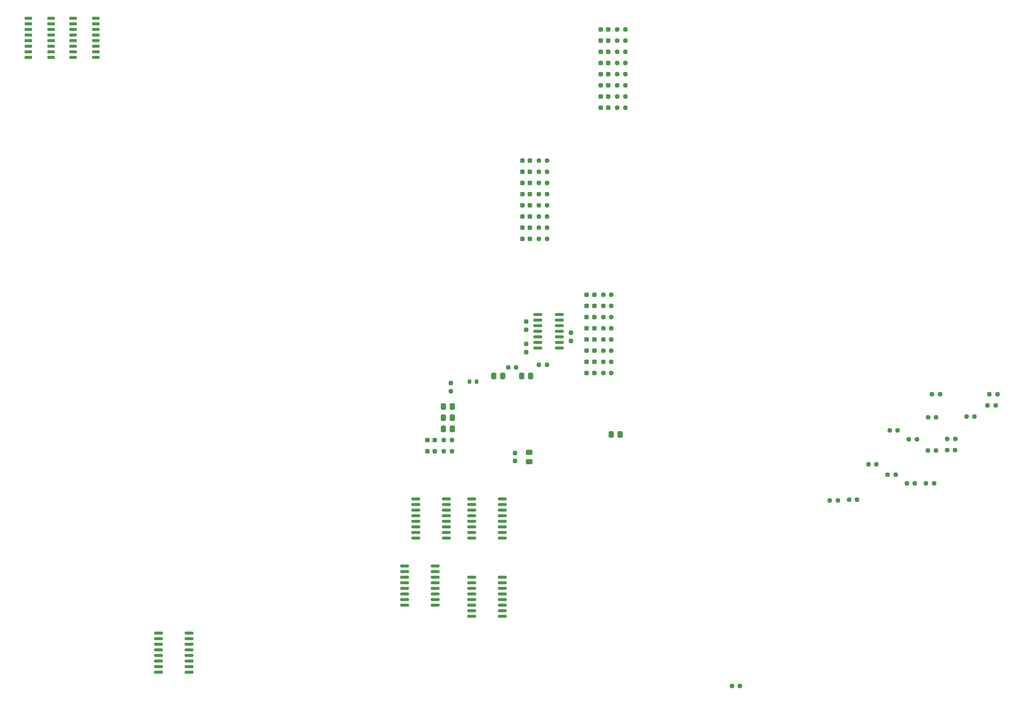
<source format=gbr>
%TF.GenerationSoftware,KiCad,Pcbnew,(6.0.4)*%
%TF.CreationDate,2022-04-27T21:45:15+02:00*%
%TF.ProjectId,z80,7a38302e-6b69-4636-9164-5f7063625858,rev?*%
%TF.SameCoordinates,Original*%
%TF.FileFunction,Paste,Top*%
%TF.FilePolarity,Positive*%
%FSLAX46Y46*%
G04 Gerber Fmt 4.6, Leading zero omitted, Abs format (unit mm)*
G04 Created by KiCad (PCBNEW (6.0.4)) date 2022-04-27 21:45:15*
%MOMM*%
%LPD*%
G01*
G04 APERTURE LIST*
G04 Aperture macros list*
%AMRoundRect*
0 Rectangle with rounded corners*
0 $1 Rounding radius*
0 $2 $3 $4 $5 $6 $7 $8 $9 X,Y pos of 4 corners*
0 Add a 4 corners polygon primitive as box body*
4,1,4,$2,$3,$4,$5,$6,$7,$8,$9,$2,$3,0*
0 Add four circle primitives for the rounded corners*
1,1,$1+$1,$2,$3*
1,1,$1+$1,$4,$5*
1,1,$1+$1,$6,$7*
1,1,$1+$1,$8,$9*
0 Add four rect primitives between the rounded corners*
20,1,$1+$1,$2,$3,$4,$5,0*
20,1,$1+$1,$4,$5,$6,$7,0*
20,1,$1+$1,$6,$7,$8,$9,0*
20,1,$1+$1,$8,$9,$2,$3,0*%
G04 Aperture macros list end*
%ADD10RoundRect,0.237500X0.237500X-0.250000X0.237500X0.250000X-0.237500X0.250000X-0.237500X-0.250000X0*%
%ADD11RoundRect,0.237500X-0.250000X-0.237500X0.250000X-0.237500X0.250000X0.237500X-0.250000X0.237500X0*%
%ADD12RoundRect,0.250000X0.337500X0.475000X-0.337500X0.475000X-0.337500X-0.475000X0.337500X-0.475000X0*%
%ADD13RoundRect,0.237500X0.287500X0.237500X-0.287500X0.237500X-0.287500X-0.237500X0.287500X-0.237500X0*%
%ADD14RoundRect,0.150000X-0.837500X-0.150000X0.837500X-0.150000X0.837500X0.150000X-0.837500X0.150000X0*%
%ADD15RoundRect,0.237500X0.250000X0.237500X-0.250000X0.237500X-0.250000X-0.237500X0.250000X-0.237500X0*%
%ADD16RoundRect,0.237500X-0.237500X0.250000X-0.237500X-0.250000X0.237500X-0.250000X0.237500X0.250000X0*%
%ADD17RoundRect,0.250000X-0.337500X-0.475000X0.337500X-0.475000X0.337500X0.475000X-0.337500X0.475000X0*%
%ADD18RoundRect,0.200000X0.200000X0.275000X-0.200000X0.275000X-0.200000X-0.275000X0.200000X-0.275000X0*%
%ADD19RoundRect,0.237500X-0.287500X-0.237500X0.287500X-0.237500X0.287500X0.237500X-0.287500X0.237500X0*%
%ADD20RoundRect,0.150000X-0.725000X-0.150000X0.725000X-0.150000X0.725000X0.150000X-0.725000X0.150000X0*%
%ADD21RoundRect,0.250000X-0.475000X0.337500X-0.475000X-0.337500X0.475000X-0.337500X0.475000X0.337500X0*%
%ADD22RoundRect,0.150000X-0.825000X-0.150000X0.825000X-0.150000X0.825000X0.150000X-0.825000X0.150000X0*%
G04 APERTURE END LIST*
D10*
%TO.C,R7*%
X133985000Y-110767500D03*
X133985000Y-108942500D03*
%TD*%
D11*
%TO.C,R42*%
X242382500Y-116690000D03*
X244207500Y-116690000D03*
%TD*%
D12*
%TO.C,C7*%
X152167500Y-107315000D03*
X150092500Y-107315000D03*
%TD*%
D13*
%TO.C,D15*%
X169785000Y-36195000D03*
X168035000Y-36195000D03*
%TD*%
%TO.C,D23*%
X166610000Y-99060000D03*
X164860000Y-99060000D03*
%TD*%
D14*
%TO.C,U24*%
X123537500Y-150495000D03*
X123537500Y-151765000D03*
X123537500Y-153035000D03*
X123537500Y-154305000D03*
X123537500Y-155575000D03*
X123537500Y-156845000D03*
X123537500Y-158115000D03*
X123537500Y-159385000D03*
X130462500Y-159385000D03*
X130462500Y-158115000D03*
X130462500Y-156845000D03*
X130462500Y-155575000D03*
X130462500Y-154305000D03*
X130462500Y-153035000D03*
X130462500Y-151765000D03*
X130462500Y-150495000D03*
%TD*%
D13*
%TO.C,D21*%
X166610000Y-93980000D03*
X164860000Y-93980000D03*
%TD*%
%TO.C,D5*%
X152005000Y-71120000D03*
X150255000Y-71120000D03*
%TD*%
D15*
%TO.C,R32*%
X170457500Y-99060000D03*
X168632500Y-99060000D03*
%TD*%
%TO.C,R14*%
X155852500Y-71120000D03*
X154027500Y-71120000D03*
%TD*%
D11*
%TO.C,R9*%
X132437500Y-121920000D03*
X134262500Y-121920000D03*
%TD*%
%TO.C,R49*%
X246732500Y-121630000D03*
X248557500Y-121630000D03*
%TD*%
D13*
%TO.C,D20*%
X166610000Y-91440000D03*
X164860000Y-91440000D03*
%TD*%
D16*
%TO.C,R5*%
X161290000Y-97512500D03*
X161290000Y-99337500D03*
%TD*%
D15*
%TO.C,R23*%
X173632500Y-38735000D03*
X171807500Y-38735000D03*
%TD*%
D13*
%TO.C,D19*%
X166610000Y-88900000D03*
X164860000Y-88900000D03*
%TD*%
D15*
%TO.C,R19*%
X155852500Y-58420000D03*
X154027500Y-58420000D03*
%TD*%
D13*
%TO.C,D16*%
X169785000Y-33655000D03*
X168035000Y-33655000D03*
%TD*%
%TO.C,D6*%
X152005000Y-68580000D03*
X150255000Y-68580000D03*
%TD*%
D14*
%TO.C,U14*%
X126077500Y-135255000D03*
X126077500Y-136525000D03*
X126077500Y-137795000D03*
X126077500Y-139065000D03*
X126077500Y-140335000D03*
X126077500Y-141605000D03*
X126077500Y-142875000D03*
X126077500Y-144145000D03*
X133002500Y-144145000D03*
X133002500Y-142875000D03*
X133002500Y-141605000D03*
X133002500Y-140335000D03*
X133002500Y-139065000D03*
X133002500Y-137795000D03*
X133002500Y-136525000D03*
X133002500Y-135255000D03*
%TD*%
%TO.C,U15*%
X138777500Y-135255000D03*
X138777500Y-136525000D03*
X138777500Y-137795000D03*
X138777500Y-139065000D03*
X138777500Y-140335000D03*
X138777500Y-141605000D03*
X138777500Y-142875000D03*
X138777500Y-144145000D03*
X145702500Y-144145000D03*
X145702500Y-142875000D03*
X145702500Y-141605000D03*
X145702500Y-140335000D03*
X145702500Y-139065000D03*
X145702500Y-137795000D03*
X145702500Y-136525000D03*
X145702500Y-135255000D03*
%TD*%
D13*
%TO.C,D8*%
X152005000Y-63500000D03*
X150255000Y-63500000D03*
%TD*%
D11*
%TO.C,R44*%
X251082500Y-116530000D03*
X252907500Y-116530000D03*
%TD*%
D13*
%TO.C,D22*%
X166610000Y-96520000D03*
X164860000Y-96520000D03*
%TD*%
D11*
%TO.C,R11*%
X255892500Y-114020000D03*
X257717500Y-114020000D03*
%TD*%
%TO.C,R38*%
X224402500Y-135420000D03*
X226227500Y-135420000D03*
%TD*%
D12*
%TO.C,C5*%
X134387500Y-116840000D03*
X132312500Y-116840000D03*
%TD*%
D15*
%TO.C,R26*%
X173632500Y-31115000D03*
X171807500Y-31115000D03*
%TD*%
D13*
%TO.C,D9*%
X152005000Y-60960000D03*
X150255000Y-60960000D03*
%TD*%
D11*
%TO.C,R40*%
X237532500Y-131750000D03*
X239357500Y-131750000D03*
%TD*%
D15*
%TO.C,R33*%
X170457500Y-101600000D03*
X168632500Y-101600000D03*
%TD*%
%TO.C,R10*%
X134262500Y-124460000D03*
X132437500Y-124460000D03*
%TD*%
D14*
%TO.C,U25*%
X138777500Y-153035000D03*
X138777500Y-154305000D03*
X138777500Y-155575000D03*
X138777500Y-156845000D03*
X138777500Y-158115000D03*
X138777500Y-159385000D03*
X138777500Y-160655000D03*
X138777500Y-161925000D03*
X145702500Y-161925000D03*
X145702500Y-160655000D03*
X145702500Y-159385000D03*
X145702500Y-158115000D03*
X145702500Y-156845000D03*
X145702500Y-155575000D03*
X145702500Y-154305000D03*
X145702500Y-153035000D03*
%TD*%
D13*
%TO.C,D18*%
X169785000Y-28575000D03*
X168035000Y-28575000D03*
%TD*%
D15*
%TO.C,R15*%
X155852500Y-68580000D03*
X154027500Y-68580000D03*
%TD*%
D13*
%TO.C,D26*%
X166610000Y-106680000D03*
X164860000Y-106680000D03*
%TD*%
D15*
%TO.C,R31*%
X170457500Y-96520000D03*
X168632500Y-96520000D03*
%TD*%
D17*
%TO.C,C4*%
X132312500Y-119380000D03*
X134387500Y-119380000D03*
%TD*%
D18*
%TO.C,R6*%
X139890000Y-108585000D03*
X138240000Y-108585000D03*
%TD*%
D11*
%TO.C,R37*%
X256312500Y-111510000D03*
X258137500Y-111510000D03*
%TD*%
D10*
%TO.C,R4*%
X151130000Y-101877500D03*
X151130000Y-100052500D03*
%TD*%
D19*
%TO.C,D1*%
X128665000Y-121920000D03*
X130415000Y-121920000D03*
%TD*%
D15*
%TO.C,R12*%
X155852500Y-76200000D03*
X154027500Y-76200000D03*
%TD*%
D11*
%TO.C,R46*%
X233642500Y-119700000D03*
X235467500Y-119700000D03*
%TD*%
D15*
%TO.C,R18*%
X155852500Y-60960000D03*
X154027500Y-60960000D03*
%TD*%
D11*
%TO.C,R51*%
X246692500Y-124140000D03*
X248517500Y-124140000D03*
%TD*%
D15*
%TO.C,R16*%
X155852500Y-66040000D03*
X154027500Y-66040000D03*
%TD*%
D13*
%TO.C,D11*%
X169785000Y-46355000D03*
X168035000Y-46355000D03*
%TD*%
D15*
%TO.C,R21*%
X173632500Y-43815000D03*
X171807500Y-43815000D03*
%TD*%
D16*
%TO.C,R1*%
X148590000Y-124817500D03*
X148590000Y-126642500D03*
%TD*%
D14*
%TO.C,U20*%
X67657500Y-165735000D03*
X67657500Y-167005000D03*
X67657500Y-168275000D03*
X67657500Y-169545000D03*
X67657500Y-170815000D03*
X67657500Y-172085000D03*
X67657500Y-173355000D03*
X67657500Y-174625000D03*
X74582500Y-174625000D03*
X74582500Y-173355000D03*
X74582500Y-172085000D03*
X74582500Y-170815000D03*
X74582500Y-169545000D03*
X74582500Y-168275000D03*
X74582500Y-167005000D03*
X74582500Y-165735000D03*
%TD*%
D15*
%TO.C,R28*%
X170457500Y-88900000D03*
X168632500Y-88900000D03*
%TD*%
%TO.C,R34*%
X170457500Y-104140000D03*
X168632500Y-104140000D03*
%TD*%
D13*
%TO.C,D10*%
X152005000Y-58420000D03*
X150255000Y-58420000D03*
%TD*%
D15*
%TO.C,R20*%
X173632500Y-46355000D03*
X171807500Y-46355000D03*
%TD*%
D13*
%TO.C,D25*%
X166610000Y-104140000D03*
X164860000Y-104140000D03*
%TD*%
D15*
%TO.C,R24*%
X173632500Y-36195000D03*
X171807500Y-36195000D03*
%TD*%
D13*
%TO.C,D14*%
X169785000Y-38735000D03*
X168035000Y-38735000D03*
%TD*%
%TO.C,D13*%
X169785000Y-41275000D03*
X168035000Y-41275000D03*
%TD*%
D19*
%TO.C,D2*%
X128665000Y-124460000D03*
X130415000Y-124460000D03*
%TD*%
D12*
%TO.C,C2*%
X172487500Y-120650000D03*
X170412500Y-120650000D03*
%TD*%
D11*
%TO.C,R41*%
X220052500Y-135580000D03*
X221877500Y-135580000D03*
%TD*%
D15*
%TO.C,R13*%
X155852500Y-73660000D03*
X154027500Y-73660000D03*
%TD*%
D11*
%TO.C,R2*%
X154027500Y-104775000D03*
X155852500Y-104775000D03*
%TD*%
%TO.C,R8*%
X147042500Y-105410000D03*
X148867500Y-105410000D03*
%TD*%
D13*
%TO.C,D4*%
X152005000Y-73660000D03*
X150255000Y-73660000D03*
%TD*%
D11*
%TO.C,R50*%
X242342500Y-124220000D03*
X244167500Y-124220000D03*
%TD*%
D15*
%TO.C,R22*%
X173632500Y-41275000D03*
X171807500Y-41275000D03*
%TD*%
%TO.C,R27*%
X173632500Y-28575000D03*
X171807500Y-28575000D03*
%TD*%
%TO.C,R17*%
X155852500Y-63500000D03*
X154027500Y-63500000D03*
%TD*%
%TO.C,R35*%
X170457500Y-106680000D03*
X168632500Y-106680000D03*
%TD*%
D12*
%TO.C,C3*%
X145817500Y-107315000D03*
X143742500Y-107315000D03*
%TD*%
D20*
%TO.C,U3*%
X48225000Y-26035000D03*
X48225000Y-27305000D03*
X48225000Y-28575000D03*
X48225000Y-29845000D03*
X48225000Y-31115000D03*
X48225000Y-32385000D03*
X48225000Y-33655000D03*
X48225000Y-34925000D03*
X53375000Y-34925000D03*
X53375000Y-33655000D03*
X53375000Y-32385000D03*
X53375000Y-31115000D03*
X53375000Y-29845000D03*
X53375000Y-28575000D03*
X53375000Y-27305000D03*
X53375000Y-26035000D03*
%TD*%
D15*
%TO.C,R29*%
X170457500Y-91440000D03*
X168632500Y-91440000D03*
%TD*%
D11*
%TO.C,R39*%
X241882500Y-131750000D03*
X243707500Y-131750000D03*
%TD*%
D12*
%TO.C,C1*%
X134387500Y-114300000D03*
X132312500Y-114300000D03*
%TD*%
D11*
%TO.C,R43*%
X228832500Y-127390000D03*
X230657500Y-127390000D03*
%TD*%
D13*
%TO.C,D17*%
X169785000Y-31115000D03*
X168035000Y-31115000D03*
%TD*%
D11*
%TO.C,R45*%
X233182500Y-129740000D03*
X235007500Y-129740000D03*
%TD*%
D13*
%TO.C,D7*%
X152005000Y-66040000D03*
X150255000Y-66040000D03*
%TD*%
D11*
%TO.C,R48*%
X243262500Y-111510000D03*
X245087500Y-111510000D03*
%TD*%
D21*
%TO.C,C6*%
X151765000Y-124692500D03*
X151765000Y-126767500D03*
%TD*%
D15*
%TO.C,R25*%
X173632500Y-33655000D03*
X171807500Y-33655000D03*
%TD*%
D20*
%TO.C,U2*%
X38065000Y-26035000D03*
X38065000Y-27305000D03*
X38065000Y-28575000D03*
X38065000Y-29845000D03*
X38065000Y-31115000D03*
X38065000Y-32385000D03*
X38065000Y-33655000D03*
X38065000Y-34925000D03*
X43215000Y-34925000D03*
X43215000Y-33655000D03*
X43215000Y-32385000D03*
X43215000Y-31115000D03*
X43215000Y-29845000D03*
X43215000Y-28575000D03*
X43215000Y-27305000D03*
X43215000Y-26035000D03*
%TD*%
D13*
%TO.C,D12*%
X169785000Y-43815000D03*
X168035000Y-43815000D03*
%TD*%
D11*
%TO.C,R47*%
X237992500Y-121710000D03*
X239817500Y-121710000D03*
%TD*%
D22*
%TO.C,U1*%
X153735000Y-93345000D03*
X153735000Y-94615000D03*
X153735000Y-95885000D03*
X153735000Y-97155000D03*
X153735000Y-98425000D03*
X153735000Y-99695000D03*
X153735000Y-100965000D03*
X158685000Y-100965000D03*
X158685000Y-99695000D03*
X158685000Y-98425000D03*
X158685000Y-97155000D03*
X158685000Y-95885000D03*
X158685000Y-94615000D03*
X158685000Y-93345000D03*
%TD*%
D15*
%TO.C,R30*%
X170457500Y-93980000D03*
X168632500Y-93980000D03*
%TD*%
D13*
%TO.C,D3*%
X152005000Y-76200000D03*
X150255000Y-76200000D03*
%TD*%
%TO.C,D24*%
X166610000Y-101600000D03*
X164860000Y-101600000D03*
%TD*%
D10*
%TO.C,R3*%
X151130000Y-96797500D03*
X151130000Y-94972500D03*
%TD*%
D11*
%TO.C,R36*%
X197842500Y-177800000D03*
X199667500Y-177800000D03*
%TD*%
M02*

</source>
